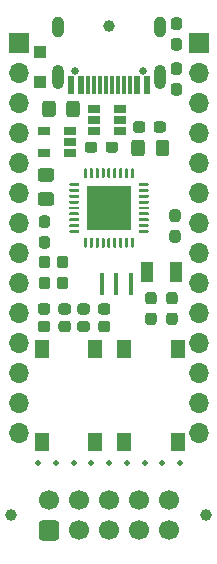
<source format=gts>
%TF.GenerationSoftware,KiCad,Pcbnew,5.1.8-db9833491~88~ubuntu20.04.1*%
%TF.CreationDate,2021-01-17T10:32:05+01:00*%
%TF.ProjectId,GreenFox,47726565-6e46-46f7-982e-6b696361645f,Rev1*%
%TF.SameCoordinates,PX6d01460PY68c4118*%
%TF.FileFunction,Soldermask,Top*%
%TF.FilePolarity,Negative*%
%FSLAX46Y46*%
G04 Gerber Fmt 4.6, Leading zero omitted, Abs format (unit mm)*
G04 Created by KiCad (PCBNEW 5.1.8-db9833491~88~ubuntu20.04.1) date 2021-01-17 10:32:05*
%MOMM*%
%LPD*%
G01*
G04 APERTURE LIST*
%ADD10C,0.500000*%
%ADD11C,1.000000*%
%ADD12R,1.300000X1.550000*%
%ADD13R,1.000000X1.800000*%
%ADD14R,0.400000X1.900000*%
%ADD15R,3.700000X3.700000*%
%ADD16R,1.060000X0.650000*%
%ADD17O,1.700000X1.700000*%
%ADD18R,1.700000X1.700000*%
%ADD19C,1.700000*%
%ADD20O,1.000000X2.100000*%
%ADD21O,1.000000X1.800000*%
%ADD22C,0.650000*%
%ADD23R,0.600000X1.500000*%
%ADD24R,0.300000X1.500000*%
%ADD25R,1.000000X1.000000*%
G04 APERTURE END LIST*
D10*
%TO.C,H9*%
X16179000Y8255000D03*
%TD*%
%TO.C,H8*%
X14679000Y8255000D03*
%TD*%
%TO.C,H7*%
X13179000Y8255000D03*
%TD*%
%TO.C,H6*%
X11679000Y8255000D03*
%TD*%
%TO.C,H5*%
X10179000Y8255000D03*
%TD*%
%TO.C,H4*%
X8679000Y8255000D03*
%TD*%
%TO.C,H3*%
X7179000Y8255000D03*
%TD*%
%TO.C,H2*%
X5679000Y8255000D03*
%TD*%
%TO.C,H1*%
X4179000Y8255000D03*
%TD*%
D11*
%TO.C,FID3*%
X18385000Y3810000D03*
%TD*%
%TO.C,FID2*%
X1875000Y3810000D03*
%TD*%
%TO.C,FID1*%
X10160000Y45288200D03*
%TD*%
D12*
%TO.C,SW2*%
X15966000Y17945000D03*
X15966000Y9995000D03*
X11466000Y17945000D03*
X11466000Y9995000D03*
%TD*%
%TO.C,SW1*%
X4481000Y9995000D03*
X4481000Y17945000D03*
X8981000Y9995000D03*
X8981000Y17945000D03*
%TD*%
%TO.C,R1*%
G36*
G01*
X4936500Y28163000D02*
X4461500Y28163000D01*
G75*
G02*
X4224000Y28400500I0J237500D01*
G01*
X4224000Y28975500D01*
G75*
G02*
X4461500Y29213000I237500J0D01*
G01*
X4936500Y29213000D01*
G75*
G02*
X5174000Y28975500I0J-237500D01*
G01*
X5174000Y28400500D01*
G75*
G02*
X4936500Y28163000I-237500J0D01*
G01*
G37*
G36*
G01*
X4936500Y26413000D02*
X4461500Y26413000D01*
G75*
G02*
X4224000Y26650500I0J237500D01*
G01*
X4224000Y27225500D01*
G75*
G02*
X4461500Y27463000I237500J0D01*
G01*
X4936500Y27463000D01*
G75*
G02*
X5174000Y27225500I0J-237500D01*
G01*
X5174000Y26650500D01*
G75*
G02*
X4936500Y26413000I-237500J0D01*
G01*
G37*
%TD*%
%TO.C,C8*%
G36*
G01*
X4461500Y24034000D02*
X4936500Y24034000D01*
G75*
G02*
X5174000Y23796500I0J-237500D01*
G01*
X5174000Y23221500D01*
G75*
G02*
X4936500Y22984000I-237500J0D01*
G01*
X4461500Y22984000D01*
G75*
G02*
X4224000Y23221500I0J237500D01*
G01*
X4224000Y23796500D01*
G75*
G02*
X4461500Y24034000I237500J0D01*
G01*
G37*
G36*
G01*
X4461500Y25784000D02*
X4936500Y25784000D01*
G75*
G02*
X5174000Y25546500I0J-237500D01*
G01*
X5174000Y24971500D01*
G75*
G02*
X4936500Y24734000I-237500J0D01*
G01*
X4461500Y24734000D01*
G75*
G02*
X4224000Y24971500I0J237500D01*
G01*
X4224000Y25546500D01*
G75*
G02*
X4461500Y25784000I237500J0D01*
G01*
G37*
%TD*%
D13*
%TO.C,Y2*%
X15855000Y24384000D03*
X13355000Y24384000D03*
%TD*%
D14*
%TO.C,Y1*%
X11995000Y23368000D03*
X10795000Y23368000D03*
X9595000Y23368000D03*
%TD*%
D15*
%TO.C,U3*%
X10160000Y29845000D03*
G36*
G01*
X7572500Y27720000D02*
X6872500Y27720000D01*
G75*
G02*
X6810000Y27782500I0J62500D01*
G01*
X6810000Y27907500D01*
G75*
G02*
X6872500Y27970000I62500J0D01*
G01*
X7572500Y27970000D01*
G75*
G02*
X7635000Y27907500I0J-62500D01*
G01*
X7635000Y27782500D01*
G75*
G02*
X7572500Y27720000I-62500J0D01*
G01*
G37*
G36*
G01*
X7572500Y28220000D02*
X6872500Y28220000D01*
G75*
G02*
X6810000Y28282500I0J62500D01*
G01*
X6810000Y28407500D01*
G75*
G02*
X6872500Y28470000I62500J0D01*
G01*
X7572500Y28470000D01*
G75*
G02*
X7635000Y28407500I0J-62500D01*
G01*
X7635000Y28282500D01*
G75*
G02*
X7572500Y28220000I-62500J0D01*
G01*
G37*
G36*
G01*
X7572500Y28720000D02*
X6872500Y28720000D01*
G75*
G02*
X6810000Y28782500I0J62500D01*
G01*
X6810000Y28907500D01*
G75*
G02*
X6872500Y28970000I62500J0D01*
G01*
X7572500Y28970000D01*
G75*
G02*
X7635000Y28907500I0J-62500D01*
G01*
X7635000Y28782500D01*
G75*
G02*
X7572500Y28720000I-62500J0D01*
G01*
G37*
G36*
G01*
X7572500Y29220000D02*
X6872500Y29220000D01*
G75*
G02*
X6810000Y29282500I0J62500D01*
G01*
X6810000Y29407500D01*
G75*
G02*
X6872500Y29470000I62500J0D01*
G01*
X7572500Y29470000D01*
G75*
G02*
X7635000Y29407500I0J-62500D01*
G01*
X7635000Y29282500D01*
G75*
G02*
X7572500Y29220000I-62500J0D01*
G01*
G37*
G36*
G01*
X7572500Y29720000D02*
X6872500Y29720000D01*
G75*
G02*
X6810000Y29782500I0J62500D01*
G01*
X6810000Y29907500D01*
G75*
G02*
X6872500Y29970000I62500J0D01*
G01*
X7572500Y29970000D01*
G75*
G02*
X7635000Y29907500I0J-62500D01*
G01*
X7635000Y29782500D01*
G75*
G02*
X7572500Y29720000I-62500J0D01*
G01*
G37*
G36*
G01*
X7572500Y30220000D02*
X6872500Y30220000D01*
G75*
G02*
X6810000Y30282500I0J62500D01*
G01*
X6810000Y30407500D01*
G75*
G02*
X6872500Y30470000I62500J0D01*
G01*
X7572500Y30470000D01*
G75*
G02*
X7635000Y30407500I0J-62500D01*
G01*
X7635000Y30282500D01*
G75*
G02*
X7572500Y30220000I-62500J0D01*
G01*
G37*
G36*
G01*
X7572500Y30720000D02*
X6872500Y30720000D01*
G75*
G02*
X6810000Y30782500I0J62500D01*
G01*
X6810000Y30907500D01*
G75*
G02*
X6872500Y30970000I62500J0D01*
G01*
X7572500Y30970000D01*
G75*
G02*
X7635000Y30907500I0J-62500D01*
G01*
X7635000Y30782500D01*
G75*
G02*
X7572500Y30720000I-62500J0D01*
G01*
G37*
G36*
G01*
X7572500Y31220000D02*
X6872500Y31220000D01*
G75*
G02*
X6810000Y31282500I0J62500D01*
G01*
X6810000Y31407500D01*
G75*
G02*
X6872500Y31470000I62500J0D01*
G01*
X7572500Y31470000D01*
G75*
G02*
X7635000Y31407500I0J-62500D01*
G01*
X7635000Y31282500D01*
G75*
G02*
X7572500Y31220000I-62500J0D01*
G01*
G37*
G36*
G01*
X7572500Y31720000D02*
X6872500Y31720000D01*
G75*
G02*
X6810000Y31782500I0J62500D01*
G01*
X6810000Y31907500D01*
G75*
G02*
X6872500Y31970000I62500J0D01*
G01*
X7572500Y31970000D01*
G75*
G02*
X7635000Y31907500I0J-62500D01*
G01*
X7635000Y31782500D01*
G75*
G02*
X7572500Y31720000I-62500J0D01*
G01*
G37*
G36*
G01*
X8222500Y32370000D02*
X8097500Y32370000D01*
G75*
G02*
X8035000Y32432500I0J62500D01*
G01*
X8035000Y33132500D01*
G75*
G02*
X8097500Y33195000I62500J0D01*
G01*
X8222500Y33195000D01*
G75*
G02*
X8285000Y33132500I0J-62500D01*
G01*
X8285000Y32432500D01*
G75*
G02*
X8222500Y32370000I-62500J0D01*
G01*
G37*
G36*
G01*
X8722500Y32370000D02*
X8597500Y32370000D01*
G75*
G02*
X8535000Y32432500I0J62500D01*
G01*
X8535000Y33132500D01*
G75*
G02*
X8597500Y33195000I62500J0D01*
G01*
X8722500Y33195000D01*
G75*
G02*
X8785000Y33132500I0J-62500D01*
G01*
X8785000Y32432500D01*
G75*
G02*
X8722500Y32370000I-62500J0D01*
G01*
G37*
G36*
G01*
X9222500Y32370000D02*
X9097500Y32370000D01*
G75*
G02*
X9035000Y32432500I0J62500D01*
G01*
X9035000Y33132500D01*
G75*
G02*
X9097500Y33195000I62500J0D01*
G01*
X9222500Y33195000D01*
G75*
G02*
X9285000Y33132500I0J-62500D01*
G01*
X9285000Y32432500D01*
G75*
G02*
X9222500Y32370000I-62500J0D01*
G01*
G37*
G36*
G01*
X9722500Y32370000D02*
X9597500Y32370000D01*
G75*
G02*
X9535000Y32432500I0J62500D01*
G01*
X9535000Y33132500D01*
G75*
G02*
X9597500Y33195000I62500J0D01*
G01*
X9722500Y33195000D01*
G75*
G02*
X9785000Y33132500I0J-62500D01*
G01*
X9785000Y32432500D01*
G75*
G02*
X9722500Y32370000I-62500J0D01*
G01*
G37*
G36*
G01*
X10222500Y32370000D02*
X10097500Y32370000D01*
G75*
G02*
X10035000Y32432500I0J62500D01*
G01*
X10035000Y33132500D01*
G75*
G02*
X10097500Y33195000I62500J0D01*
G01*
X10222500Y33195000D01*
G75*
G02*
X10285000Y33132500I0J-62500D01*
G01*
X10285000Y32432500D01*
G75*
G02*
X10222500Y32370000I-62500J0D01*
G01*
G37*
G36*
G01*
X10722500Y32370000D02*
X10597500Y32370000D01*
G75*
G02*
X10535000Y32432500I0J62500D01*
G01*
X10535000Y33132500D01*
G75*
G02*
X10597500Y33195000I62500J0D01*
G01*
X10722500Y33195000D01*
G75*
G02*
X10785000Y33132500I0J-62500D01*
G01*
X10785000Y32432500D01*
G75*
G02*
X10722500Y32370000I-62500J0D01*
G01*
G37*
G36*
G01*
X11222500Y32370000D02*
X11097500Y32370000D01*
G75*
G02*
X11035000Y32432500I0J62500D01*
G01*
X11035000Y33132500D01*
G75*
G02*
X11097500Y33195000I62500J0D01*
G01*
X11222500Y33195000D01*
G75*
G02*
X11285000Y33132500I0J-62500D01*
G01*
X11285000Y32432500D01*
G75*
G02*
X11222500Y32370000I-62500J0D01*
G01*
G37*
G36*
G01*
X11722500Y32370000D02*
X11597500Y32370000D01*
G75*
G02*
X11535000Y32432500I0J62500D01*
G01*
X11535000Y33132500D01*
G75*
G02*
X11597500Y33195000I62500J0D01*
G01*
X11722500Y33195000D01*
G75*
G02*
X11785000Y33132500I0J-62500D01*
G01*
X11785000Y32432500D01*
G75*
G02*
X11722500Y32370000I-62500J0D01*
G01*
G37*
G36*
G01*
X12222500Y32370000D02*
X12097500Y32370000D01*
G75*
G02*
X12035000Y32432500I0J62500D01*
G01*
X12035000Y33132500D01*
G75*
G02*
X12097500Y33195000I62500J0D01*
G01*
X12222500Y33195000D01*
G75*
G02*
X12285000Y33132500I0J-62500D01*
G01*
X12285000Y32432500D01*
G75*
G02*
X12222500Y32370000I-62500J0D01*
G01*
G37*
G36*
G01*
X13447500Y31720000D02*
X12747500Y31720000D01*
G75*
G02*
X12685000Y31782500I0J62500D01*
G01*
X12685000Y31907500D01*
G75*
G02*
X12747500Y31970000I62500J0D01*
G01*
X13447500Y31970000D01*
G75*
G02*
X13510000Y31907500I0J-62500D01*
G01*
X13510000Y31782500D01*
G75*
G02*
X13447500Y31720000I-62500J0D01*
G01*
G37*
G36*
G01*
X13447500Y31220000D02*
X12747500Y31220000D01*
G75*
G02*
X12685000Y31282500I0J62500D01*
G01*
X12685000Y31407500D01*
G75*
G02*
X12747500Y31470000I62500J0D01*
G01*
X13447500Y31470000D01*
G75*
G02*
X13510000Y31407500I0J-62500D01*
G01*
X13510000Y31282500D01*
G75*
G02*
X13447500Y31220000I-62500J0D01*
G01*
G37*
G36*
G01*
X13447500Y30720000D02*
X12747500Y30720000D01*
G75*
G02*
X12685000Y30782500I0J62500D01*
G01*
X12685000Y30907500D01*
G75*
G02*
X12747500Y30970000I62500J0D01*
G01*
X13447500Y30970000D01*
G75*
G02*
X13510000Y30907500I0J-62500D01*
G01*
X13510000Y30782500D01*
G75*
G02*
X13447500Y30720000I-62500J0D01*
G01*
G37*
G36*
G01*
X13447500Y30220000D02*
X12747500Y30220000D01*
G75*
G02*
X12685000Y30282500I0J62500D01*
G01*
X12685000Y30407500D01*
G75*
G02*
X12747500Y30470000I62500J0D01*
G01*
X13447500Y30470000D01*
G75*
G02*
X13510000Y30407500I0J-62500D01*
G01*
X13510000Y30282500D01*
G75*
G02*
X13447500Y30220000I-62500J0D01*
G01*
G37*
G36*
G01*
X13447500Y29720000D02*
X12747500Y29720000D01*
G75*
G02*
X12685000Y29782500I0J62500D01*
G01*
X12685000Y29907500D01*
G75*
G02*
X12747500Y29970000I62500J0D01*
G01*
X13447500Y29970000D01*
G75*
G02*
X13510000Y29907500I0J-62500D01*
G01*
X13510000Y29782500D01*
G75*
G02*
X13447500Y29720000I-62500J0D01*
G01*
G37*
G36*
G01*
X13447500Y29220000D02*
X12747500Y29220000D01*
G75*
G02*
X12685000Y29282500I0J62500D01*
G01*
X12685000Y29407500D01*
G75*
G02*
X12747500Y29470000I62500J0D01*
G01*
X13447500Y29470000D01*
G75*
G02*
X13510000Y29407500I0J-62500D01*
G01*
X13510000Y29282500D01*
G75*
G02*
X13447500Y29220000I-62500J0D01*
G01*
G37*
G36*
G01*
X13447500Y28720000D02*
X12747500Y28720000D01*
G75*
G02*
X12685000Y28782500I0J62500D01*
G01*
X12685000Y28907500D01*
G75*
G02*
X12747500Y28970000I62500J0D01*
G01*
X13447500Y28970000D01*
G75*
G02*
X13510000Y28907500I0J-62500D01*
G01*
X13510000Y28782500D01*
G75*
G02*
X13447500Y28720000I-62500J0D01*
G01*
G37*
G36*
G01*
X13447500Y28220000D02*
X12747500Y28220000D01*
G75*
G02*
X12685000Y28282500I0J62500D01*
G01*
X12685000Y28407500D01*
G75*
G02*
X12747500Y28470000I62500J0D01*
G01*
X13447500Y28470000D01*
G75*
G02*
X13510000Y28407500I0J-62500D01*
G01*
X13510000Y28282500D01*
G75*
G02*
X13447500Y28220000I-62500J0D01*
G01*
G37*
G36*
G01*
X13447500Y27720000D02*
X12747500Y27720000D01*
G75*
G02*
X12685000Y27782500I0J62500D01*
G01*
X12685000Y27907500D01*
G75*
G02*
X12747500Y27970000I62500J0D01*
G01*
X13447500Y27970000D01*
G75*
G02*
X13510000Y27907500I0J-62500D01*
G01*
X13510000Y27782500D01*
G75*
G02*
X13447500Y27720000I-62500J0D01*
G01*
G37*
G36*
G01*
X12222500Y26495000D02*
X12097500Y26495000D01*
G75*
G02*
X12035000Y26557500I0J62500D01*
G01*
X12035000Y27257500D01*
G75*
G02*
X12097500Y27320000I62500J0D01*
G01*
X12222500Y27320000D01*
G75*
G02*
X12285000Y27257500I0J-62500D01*
G01*
X12285000Y26557500D01*
G75*
G02*
X12222500Y26495000I-62500J0D01*
G01*
G37*
G36*
G01*
X11722500Y26495000D02*
X11597500Y26495000D01*
G75*
G02*
X11535000Y26557500I0J62500D01*
G01*
X11535000Y27257500D01*
G75*
G02*
X11597500Y27320000I62500J0D01*
G01*
X11722500Y27320000D01*
G75*
G02*
X11785000Y27257500I0J-62500D01*
G01*
X11785000Y26557500D01*
G75*
G02*
X11722500Y26495000I-62500J0D01*
G01*
G37*
G36*
G01*
X11222500Y26495000D02*
X11097500Y26495000D01*
G75*
G02*
X11035000Y26557500I0J62500D01*
G01*
X11035000Y27257500D01*
G75*
G02*
X11097500Y27320000I62500J0D01*
G01*
X11222500Y27320000D01*
G75*
G02*
X11285000Y27257500I0J-62500D01*
G01*
X11285000Y26557500D01*
G75*
G02*
X11222500Y26495000I-62500J0D01*
G01*
G37*
G36*
G01*
X10722500Y26495000D02*
X10597500Y26495000D01*
G75*
G02*
X10535000Y26557500I0J62500D01*
G01*
X10535000Y27257500D01*
G75*
G02*
X10597500Y27320000I62500J0D01*
G01*
X10722500Y27320000D01*
G75*
G02*
X10785000Y27257500I0J-62500D01*
G01*
X10785000Y26557500D01*
G75*
G02*
X10722500Y26495000I-62500J0D01*
G01*
G37*
G36*
G01*
X10222500Y26495000D02*
X10097500Y26495000D01*
G75*
G02*
X10035000Y26557500I0J62500D01*
G01*
X10035000Y27257500D01*
G75*
G02*
X10097500Y27320000I62500J0D01*
G01*
X10222500Y27320000D01*
G75*
G02*
X10285000Y27257500I0J-62500D01*
G01*
X10285000Y26557500D01*
G75*
G02*
X10222500Y26495000I-62500J0D01*
G01*
G37*
G36*
G01*
X9722500Y26495000D02*
X9597500Y26495000D01*
G75*
G02*
X9535000Y26557500I0J62500D01*
G01*
X9535000Y27257500D01*
G75*
G02*
X9597500Y27320000I62500J0D01*
G01*
X9722500Y27320000D01*
G75*
G02*
X9785000Y27257500I0J-62500D01*
G01*
X9785000Y26557500D01*
G75*
G02*
X9722500Y26495000I-62500J0D01*
G01*
G37*
G36*
G01*
X9222500Y26495000D02*
X9097500Y26495000D01*
G75*
G02*
X9035000Y26557500I0J62500D01*
G01*
X9035000Y27257500D01*
G75*
G02*
X9097500Y27320000I62500J0D01*
G01*
X9222500Y27320000D01*
G75*
G02*
X9285000Y27257500I0J-62500D01*
G01*
X9285000Y26557500D01*
G75*
G02*
X9222500Y26495000I-62500J0D01*
G01*
G37*
G36*
G01*
X8722500Y26495000D02*
X8597500Y26495000D01*
G75*
G02*
X8535000Y26557500I0J62500D01*
G01*
X8535000Y27257500D01*
G75*
G02*
X8597500Y27320000I62500J0D01*
G01*
X8722500Y27320000D01*
G75*
G02*
X8785000Y27257500I0J-62500D01*
G01*
X8785000Y26557500D01*
G75*
G02*
X8722500Y26495000I-62500J0D01*
G01*
G37*
G36*
G01*
X8222500Y26495000D02*
X8097500Y26495000D01*
G75*
G02*
X8035000Y26557500I0J62500D01*
G01*
X8035000Y27257500D01*
G75*
G02*
X8097500Y27320000I62500J0D01*
G01*
X8222500Y27320000D01*
G75*
G02*
X8285000Y27257500I0J-62500D01*
G01*
X8285000Y26557500D01*
G75*
G02*
X8222500Y26495000I-62500J0D01*
G01*
G37*
%TD*%
D16*
%TO.C,U2*%
X11133000Y36324500D03*
X11133000Y37274500D03*
X11133000Y38224500D03*
X8933000Y38224500D03*
X8933000Y36324500D03*
X8933000Y37274500D03*
%TD*%
%TO.C,U1*%
X6878500Y34483000D03*
X6878500Y35433000D03*
X6878500Y36383000D03*
X4678500Y36383000D03*
X4678500Y34483000D03*
%TD*%
%TO.C,R9*%
G36*
G01*
X5188500Y20049500D02*
X5188500Y19574500D01*
G75*
G02*
X4951000Y19337000I-237500J0D01*
G01*
X4376000Y19337000D01*
G75*
G02*
X4138500Y19574500I0J237500D01*
G01*
X4138500Y20049500D01*
G75*
G02*
X4376000Y20287000I237500J0D01*
G01*
X4951000Y20287000D01*
G75*
G02*
X5188500Y20049500I0J-237500D01*
G01*
G37*
G36*
G01*
X6938500Y20049500D02*
X6938500Y19574500D01*
G75*
G02*
X6701000Y19337000I-237500J0D01*
G01*
X6126000Y19337000D01*
G75*
G02*
X5888500Y19574500I0J237500D01*
G01*
X5888500Y20049500D01*
G75*
G02*
X6126000Y20287000I237500J0D01*
G01*
X6701000Y20287000D01*
G75*
G02*
X6938500Y20049500I0J-237500D01*
G01*
G37*
%TD*%
%TO.C,R8*%
G36*
G01*
X5188500Y21534500D02*
X5188500Y21059500D01*
G75*
G02*
X4951000Y20822000I-237500J0D01*
G01*
X4376000Y20822000D01*
G75*
G02*
X4138500Y21059500I0J237500D01*
G01*
X4138500Y21534500D01*
G75*
G02*
X4376000Y21772000I237500J0D01*
G01*
X4951000Y21772000D01*
G75*
G02*
X5188500Y21534500I0J-237500D01*
G01*
G37*
G36*
G01*
X6938500Y21534500D02*
X6938500Y21059500D01*
G75*
G02*
X6701000Y20822000I-237500J0D01*
G01*
X6126000Y20822000D01*
G75*
G02*
X5888500Y21059500I0J237500D01*
G01*
X5888500Y21534500D01*
G75*
G02*
X6126000Y21772000I237500J0D01*
G01*
X6701000Y21772000D01*
G75*
G02*
X6938500Y21534500I0J-237500D01*
G01*
G37*
%TD*%
%TO.C,R7*%
G36*
G01*
X6460500Y24734000D02*
X5985500Y24734000D01*
G75*
G02*
X5748000Y24971500I0J237500D01*
G01*
X5748000Y25546500D01*
G75*
G02*
X5985500Y25784000I237500J0D01*
G01*
X6460500Y25784000D01*
G75*
G02*
X6698000Y25546500I0J-237500D01*
G01*
X6698000Y24971500D01*
G75*
G02*
X6460500Y24734000I-237500J0D01*
G01*
G37*
G36*
G01*
X6460500Y22984000D02*
X5985500Y22984000D01*
G75*
G02*
X5748000Y23221500I0J237500D01*
G01*
X5748000Y23796500D01*
G75*
G02*
X5985500Y24034000I237500J0D01*
G01*
X6460500Y24034000D01*
G75*
G02*
X6698000Y23796500I0J-237500D01*
G01*
X6698000Y23221500D01*
G75*
G02*
X6460500Y22984000I-237500J0D01*
G01*
G37*
%TD*%
%TO.C,R5*%
G36*
G01*
X9175000Y35226000D02*
X9175000Y34751000D01*
G75*
G02*
X8937500Y34513500I-237500J0D01*
G01*
X8362500Y34513500D01*
G75*
G02*
X8125000Y34751000I0J237500D01*
G01*
X8125000Y35226000D01*
G75*
G02*
X8362500Y35463500I237500J0D01*
G01*
X8937500Y35463500D01*
G75*
G02*
X9175000Y35226000I0J-237500D01*
G01*
G37*
G36*
G01*
X10925000Y35226000D02*
X10925000Y34751000D01*
G75*
G02*
X10687500Y34513500I-237500J0D01*
G01*
X10112500Y34513500D01*
G75*
G02*
X9875000Y34751000I0J237500D01*
G01*
X9875000Y35226000D01*
G75*
G02*
X10112500Y35463500I237500J0D01*
G01*
X10687500Y35463500D01*
G75*
G02*
X10925000Y35226000I0J-237500D01*
G01*
G37*
%TD*%
%TO.C,R4*%
G36*
G01*
X13239000Y36940500D02*
X13239000Y36465500D01*
G75*
G02*
X13001500Y36228000I-237500J0D01*
G01*
X12426500Y36228000D01*
G75*
G02*
X12189000Y36465500I0J237500D01*
G01*
X12189000Y36940500D01*
G75*
G02*
X12426500Y37178000I237500J0D01*
G01*
X13001500Y37178000D01*
G75*
G02*
X13239000Y36940500I0J-237500D01*
G01*
G37*
G36*
G01*
X14989000Y36940500D02*
X14989000Y36465500D01*
G75*
G02*
X14751500Y36228000I-237500J0D01*
G01*
X14176500Y36228000D01*
G75*
G02*
X13939000Y36465500I0J237500D01*
G01*
X13939000Y36940500D01*
G75*
G02*
X14176500Y37178000I237500J0D01*
G01*
X14751500Y37178000D01*
G75*
G02*
X14989000Y36940500I0J-237500D01*
G01*
G37*
%TD*%
%TO.C,R3*%
G36*
G01*
X15637500Y44227000D02*
X16112500Y44227000D01*
G75*
G02*
X16350000Y43989500I0J-237500D01*
G01*
X16350000Y43414500D01*
G75*
G02*
X16112500Y43177000I-237500J0D01*
G01*
X15637500Y43177000D01*
G75*
G02*
X15400000Y43414500I0J237500D01*
G01*
X15400000Y43989500D01*
G75*
G02*
X15637500Y44227000I237500J0D01*
G01*
G37*
G36*
G01*
X15637500Y45977000D02*
X16112500Y45977000D01*
G75*
G02*
X16350000Y45739500I0J-237500D01*
G01*
X16350000Y45164500D01*
G75*
G02*
X16112500Y44927000I-237500J0D01*
G01*
X15637500Y44927000D01*
G75*
G02*
X15400000Y45164500I0J237500D01*
G01*
X15400000Y45739500D01*
G75*
G02*
X15637500Y45977000I237500J0D01*
G01*
G37*
%TD*%
%TO.C,R2*%
G36*
G01*
X16112500Y41117000D02*
X15637500Y41117000D01*
G75*
G02*
X15400000Y41354500I0J237500D01*
G01*
X15400000Y41929500D01*
G75*
G02*
X15637500Y42167000I237500J0D01*
G01*
X16112500Y42167000D01*
G75*
G02*
X16350000Y41929500I0J-237500D01*
G01*
X16350000Y41354500D01*
G75*
G02*
X16112500Y41117000I-237500J0D01*
G01*
G37*
G36*
G01*
X16112500Y39367000D02*
X15637500Y39367000D01*
G75*
G02*
X15400000Y39604500I0J237500D01*
G01*
X15400000Y40179500D01*
G75*
G02*
X15637500Y40417000I237500J0D01*
G01*
X16112500Y40417000D01*
G75*
G02*
X16350000Y40179500I0J-237500D01*
G01*
X16350000Y39604500D01*
G75*
G02*
X16112500Y39367000I-237500J0D01*
G01*
G37*
%TD*%
D17*
%TO.C,J5*%
X17780000Y10795000D03*
X17780000Y13335000D03*
X17780000Y15875000D03*
X17780000Y18415000D03*
X17780000Y20955000D03*
X17780000Y23495000D03*
X17780000Y26035000D03*
X17780000Y28575000D03*
X17780000Y31115000D03*
X17780000Y33655000D03*
X17780000Y36195000D03*
X17780000Y38735000D03*
X17780000Y41275000D03*
D18*
X17780000Y43815000D03*
%TD*%
D17*
%TO.C,J3*%
X2540000Y10795000D03*
X2540000Y13335000D03*
X2540000Y15875000D03*
X2540000Y18415000D03*
X2540000Y20955000D03*
X2540000Y23495000D03*
X2540000Y26035000D03*
X2540000Y28575000D03*
X2540000Y31115000D03*
X2540000Y33655000D03*
X2540000Y36195000D03*
X2540000Y38735000D03*
X2540000Y41275000D03*
D18*
X2540000Y43815000D03*
%TD*%
D19*
%TO.C,J2*%
X15240000Y5080000D03*
X12700000Y5080000D03*
X10160000Y5080000D03*
X7620000Y5080000D03*
X5080000Y5080000D03*
X15240000Y2540000D03*
X12700000Y2540000D03*
X10160000Y2540000D03*
X7620000Y2540000D03*
G36*
G01*
X5680000Y1690000D02*
X4480000Y1690000D01*
G75*
G02*
X4230000Y1940000I0J250000D01*
G01*
X4230000Y3140000D01*
G75*
G02*
X4480000Y3390000I250000J0D01*
G01*
X5680000Y3390000D01*
G75*
G02*
X5930000Y3140000I0J-250000D01*
G01*
X5930000Y1940000D01*
G75*
G02*
X5680000Y1690000I-250000J0D01*
G01*
G37*
%TD*%
D20*
%TO.C,J1*%
X14480000Y40976600D03*
X5840000Y40976600D03*
D21*
X14480000Y45126600D03*
X5840000Y45126600D03*
D22*
X7270000Y41476600D03*
X13050000Y41476600D03*
D23*
X12560000Y40226600D03*
X13360000Y40226600D03*
X7760000Y40226600D03*
X6960000Y40226600D03*
D24*
X10410000Y40226600D03*
X9910000Y40226600D03*
X10910000Y40226600D03*
X9410000Y40226600D03*
X11410000Y40226600D03*
X8910000Y40226600D03*
X11910000Y40226600D03*
X8410000Y40226600D03*
%TD*%
%TO.C,D3*%
G36*
G01*
X8540500Y20049500D02*
X8540500Y19574500D01*
G75*
G02*
X8303000Y19337000I-237500J0D01*
G01*
X7728000Y19337000D01*
G75*
G02*
X7490500Y19574500I0J237500D01*
G01*
X7490500Y20049500D01*
G75*
G02*
X7728000Y20287000I237500J0D01*
G01*
X8303000Y20287000D01*
G75*
G02*
X8540500Y20049500I0J-237500D01*
G01*
G37*
G36*
G01*
X10290500Y20049500D02*
X10290500Y19574500D01*
G75*
G02*
X10053000Y19337000I-237500J0D01*
G01*
X9478000Y19337000D01*
G75*
G02*
X9240500Y19574500I0J237500D01*
G01*
X9240500Y20049500D01*
G75*
G02*
X9478000Y20287000I237500J0D01*
G01*
X10053000Y20287000D01*
G75*
G02*
X10290500Y20049500I0J-237500D01*
G01*
G37*
%TD*%
%TO.C,D2*%
G36*
G01*
X8540500Y21534500D02*
X8540500Y21059500D01*
G75*
G02*
X8303000Y20822000I-237500J0D01*
G01*
X7728000Y20822000D01*
G75*
G02*
X7490500Y21059500I0J237500D01*
G01*
X7490500Y21534500D01*
G75*
G02*
X7728000Y21772000I237500J0D01*
G01*
X8303000Y21772000D01*
G75*
G02*
X8540500Y21534500I0J-237500D01*
G01*
G37*
G36*
G01*
X10290500Y21534500D02*
X10290500Y21059500D01*
G75*
G02*
X10053000Y20822000I-237500J0D01*
G01*
X9478000Y20822000D01*
G75*
G02*
X9240500Y21059500I0J237500D01*
G01*
X9240500Y21534500D01*
G75*
G02*
X9478000Y21772000I237500J0D01*
G01*
X10053000Y21772000D01*
G75*
G02*
X10290500Y21534500I0J-237500D01*
G01*
G37*
%TD*%
D25*
%TO.C,D1*%
X4318000Y43033000D03*
X4318000Y40533000D03*
%TD*%
%TO.C,C7*%
G36*
G01*
X14102500Y34474999D02*
X14102500Y35375001D01*
G75*
G02*
X14352499Y35625000I249999J0D01*
G01*
X15002501Y35625000D01*
G75*
G02*
X15252500Y35375001I0J-249999D01*
G01*
X15252500Y34474999D01*
G75*
G02*
X15002501Y34225000I-249999J0D01*
G01*
X14352499Y34225000D01*
G75*
G02*
X14102500Y34474999I0J249999D01*
G01*
G37*
G36*
G01*
X12052500Y34474999D02*
X12052500Y35375001D01*
G75*
G02*
X12302499Y35625000I249999J0D01*
G01*
X12952501Y35625000D01*
G75*
G02*
X13202500Y35375001I0J-249999D01*
G01*
X13202500Y34474999D01*
G75*
G02*
X12952501Y34225000I-249999J0D01*
G01*
X12302499Y34225000D01*
G75*
G02*
X12052500Y34474999I0J249999D01*
G01*
G37*
%TD*%
%TO.C,C6*%
G36*
G01*
X15256500Y20986000D02*
X15731500Y20986000D01*
G75*
G02*
X15969000Y20748500I0J-237500D01*
G01*
X15969000Y20173500D01*
G75*
G02*
X15731500Y19936000I-237500J0D01*
G01*
X15256500Y19936000D01*
G75*
G02*
X15019000Y20173500I0J237500D01*
G01*
X15019000Y20748500D01*
G75*
G02*
X15256500Y20986000I237500J0D01*
G01*
G37*
G36*
G01*
X15256500Y22736000D02*
X15731500Y22736000D01*
G75*
G02*
X15969000Y22498500I0J-237500D01*
G01*
X15969000Y21923500D01*
G75*
G02*
X15731500Y21686000I-237500J0D01*
G01*
X15256500Y21686000D01*
G75*
G02*
X15019000Y21923500I0J237500D01*
G01*
X15019000Y22498500D01*
G75*
G02*
X15256500Y22736000I237500J0D01*
G01*
G37*
%TD*%
%TO.C,C5*%
G36*
G01*
X15510500Y27971000D02*
X15985500Y27971000D01*
G75*
G02*
X16223000Y27733500I0J-237500D01*
G01*
X16223000Y27158500D01*
G75*
G02*
X15985500Y26921000I-237500J0D01*
G01*
X15510500Y26921000D01*
G75*
G02*
X15273000Y27158500I0J237500D01*
G01*
X15273000Y27733500D01*
G75*
G02*
X15510500Y27971000I237500J0D01*
G01*
G37*
G36*
G01*
X15510500Y29721000D02*
X15985500Y29721000D01*
G75*
G02*
X16223000Y29483500I0J-237500D01*
G01*
X16223000Y28908500D01*
G75*
G02*
X15985500Y28671000I-237500J0D01*
G01*
X15510500Y28671000D01*
G75*
G02*
X15273000Y28908500I0J237500D01*
G01*
X15273000Y29483500D01*
G75*
G02*
X15510500Y29721000I237500J0D01*
G01*
G37*
%TD*%
%TO.C,C4*%
G36*
G01*
X4375999Y31173000D02*
X5276001Y31173000D01*
G75*
G02*
X5526000Y30923001I0J-249999D01*
G01*
X5526000Y30272999D01*
G75*
G02*
X5276001Y30023000I-249999J0D01*
G01*
X4375999Y30023000D01*
G75*
G02*
X4126000Y30272999I0J249999D01*
G01*
X4126000Y30923001D01*
G75*
G02*
X4375999Y31173000I249999J0D01*
G01*
G37*
G36*
G01*
X4375999Y33223000D02*
X5276001Y33223000D01*
G75*
G02*
X5526000Y32973001I0J-249999D01*
G01*
X5526000Y32322999D01*
G75*
G02*
X5276001Y32073000I-249999J0D01*
G01*
X4375999Y32073000D01*
G75*
G02*
X4126000Y32322999I0J249999D01*
G01*
X4126000Y32973001D01*
G75*
G02*
X4375999Y33223000I249999J0D01*
G01*
G37*
%TD*%
%TO.C,C3*%
G36*
G01*
X13478500Y20986000D02*
X13953500Y20986000D01*
G75*
G02*
X14191000Y20748500I0J-237500D01*
G01*
X14191000Y20173500D01*
G75*
G02*
X13953500Y19936000I-237500J0D01*
G01*
X13478500Y19936000D01*
G75*
G02*
X13241000Y20173500I0J237500D01*
G01*
X13241000Y20748500D01*
G75*
G02*
X13478500Y20986000I237500J0D01*
G01*
G37*
G36*
G01*
X13478500Y22736000D02*
X13953500Y22736000D01*
G75*
G02*
X14191000Y22498500I0J-237500D01*
G01*
X14191000Y21923500D01*
G75*
G02*
X13953500Y21686000I-237500J0D01*
G01*
X13478500Y21686000D01*
G75*
G02*
X13241000Y21923500I0J237500D01*
G01*
X13241000Y22498500D01*
G75*
G02*
X13478500Y22736000I237500J0D01*
G01*
G37*
%TD*%
%TO.C,C1*%
G36*
G01*
X6546000Y37776999D02*
X6546000Y38677001D01*
G75*
G02*
X6795999Y38927000I249999J0D01*
G01*
X7446001Y38927000D01*
G75*
G02*
X7696000Y38677001I0J-249999D01*
G01*
X7696000Y37776999D01*
G75*
G02*
X7446001Y37527000I-249999J0D01*
G01*
X6795999Y37527000D01*
G75*
G02*
X6546000Y37776999I0J249999D01*
G01*
G37*
G36*
G01*
X4496000Y37776999D02*
X4496000Y38677001D01*
G75*
G02*
X4745999Y38927000I249999J0D01*
G01*
X5396001Y38927000D01*
G75*
G02*
X5646000Y38677001I0J-249999D01*
G01*
X5646000Y37776999D01*
G75*
G02*
X5396001Y37527000I-249999J0D01*
G01*
X4745999Y37527000D01*
G75*
G02*
X4496000Y37776999I0J249999D01*
G01*
G37*
%TD*%
M02*

</source>
